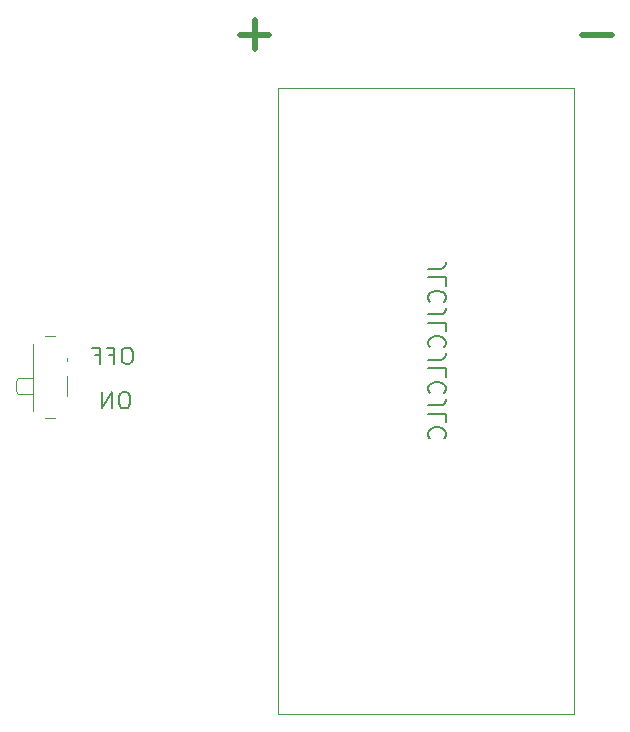
<source format=gbr>
%TF.GenerationSoftware,KiCad,Pcbnew,(5.1.10)-1*%
%TF.CreationDate,2021-10-17T11:10:58+02:00*%
%TF.ProjectId,TVZ_kuglica,54565a5f-6b75-4676-9c69-63612e6b6963,rev?*%
%TF.SameCoordinates,Original*%
%TF.FileFunction,Legend,Bot*%
%TF.FilePolarity,Positive*%
%FSLAX46Y46*%
G04 Gerber Fmt 4.6, Leading zero omitted, Abs format (unit mm)*
G04 Created by KiCad (PCBNEW (5.1.10)-1) date 2021-10-17 11:10:58*
%MOMM*%
%LPD*%
G01*
G04 APERTURE LIST*
%ADD10C,0.200000*%
%ADD11C,0.500000*%
%ADD12C,0.120000*%
G04 APERTURE END LIST*
D10*
X110616666Y-100983333D02*
X110350000Y-100983333D01*
X110216666Y-101050000D01*
X110083333Y-101183333D01*
X110016666Y-101450000D01*
X110016666Y-101916666D01*
X110083333Y-102183333D01*
X110216666Y-102316666D01*
X110350000Y-102383333D01*
X110616666Y-102383333D01*
X110750000Y-102316666D01*
X110883333Y-102183333D01*
X110950000Y-101916666D01*
X110950000Y-101450000D01*
X110883333Y-101183333D01*
X110750000Y-101050000D01*
X110616666Y-100983333D01*
X109416666Y-102383333D02*
X109416666Y-100983333D01*
X108616666Y-102383333D01*
X108616666Y-100983333D01*
X110833333Y-97233333D02*
X110566666Y-97233333D01*
X110433333Y-97300000D01*
X110300000Y-97433333D01*
X110233333Y-97700000D01*
X110233333Y-98166666D01*
X110300000Y-98433333D01*
X110433333Y-98566666D01*
X110566666Y-98633333D01*
X110833333Y-98633333D01*
X110966666Y-98566666D01*
X111100000Y-98433333D01*
X111166666Y-98166666D01*
X111166666Y-97700000D01*
X111100000Y-97433333D01*
X110966666Y-97300000D01*
X110833333Y-97233333D01*
X109166666Y-97900000D02*
X109633333Y-97900000D01*
X109633333Y-98633333D02*
X109633333Y-97233333D01*
X108966666Y-97233333D01*
X107966666Y-97900000D02*
X108433333Y-97900000D01*
X108433333Y-98633333D02*
X108433333Y-97233333D01*
X107766666Y-97233333D01*
X136178571Y-90571428D02*
X137250000Y-90571428D01*
X137464285Y-90500000D01*
X137607142Y-90357142D01*
X137678571Y-90142857D01*
X137678571Y-90000000D01*
X137678571Y-92000000D02*
X137678571Y-91285714D01*
X136178571Y-91285714D01*
X137535714Y-93357142D02*
X137607142Y-93285714D01*
X137678571Y-93071428D01*
X137678571Y-92928571D01*
X137607142Y-92714285D01*
X137464285Y-92571428D01*
X137321428Y-92500000D01*
X137035714Y-92428571D01*
X136821428Y-92428571D01*
X136535714Y-92500000D01*
X136392857Y-92571428D01*
X136250000Y-92714285D01*
X136178571Y-92928571D01*
X136178571Y-93071428D01*
X136250000Y-93285714D01*
X136321428Y-93357142D01*
X136178571Y-94428571D02*
X137250000Y-94428571D01*
X137464285Y-94357142D01*
X137607142Y-94214285D01*
X137678571Y-94000000D01*
X137678571Y-93857142D01*
X137678571Y-95857142D02*
X137678571Y-95142857D01*
X136178571Y-95142857D01*
X137535714Y-97214285D02*
X137607142Y-97142857D01*
X137678571Y-96928571D01*
X137678571Y-96785714D01*
X137607142Y-96571428D01*
X137464285Y-96428571D01*
X137321428Y-96357142D01*
X137035714Y-96285714D01*
X136821428Y-96285714D01*
X136535714Y-96357142D01*
X136392857Y-96428571D01*
X136250000Y-96571428D01*
X136178571Y-96785714D01*
X136178571Y-96928571D01*
X136250000Y-97142857D01*
X136321428Y-97214285D01*
X136178571Y-98285714D02*
X137250000Y-98285714D01*
X137464285Y-98214285D01*
X137607142Y-98071428D01*
X137678571Y-97857142D01*
X137678571Y-97714285D01*
X137678571Y-99714285D02*
X137678571Y-99000000D01*
X136178571Y-99000000D01*
X137535714Y-101071428D02*
X137607142Y-101000000D01*
X137678571Y-100785714D01*
X137678571Y-100642857D01*
X137607142Y-100428571D01*
X137464285Y-100285714D01*
X137321428Y-100214285D01*
X137035714Y-100142857D01*
X136821428Y-100142857D01*
X136535714Y-100214285D01*
X136392857Y-100285714D01*
X136250000Y-100428571D01*
X136178571Y-100642857D01*
X136178571Y-100785714D01*
X136250000Y-101000000D01*
X136321428Y-101071428D01*
X136178571Y-102142857D02*
X137250000Y-102142857D01*
X137464285Y-102071428D01*
X137607142Y-101928571D01*
X137678571Y-101714285D01*
X137678571Y-101571428D01*
X137678571Y-103571428D02*
X137678571Y-102857142D01*
X136178571Y-102857142D01*
X137535714Y-104928571D02*
X137607142Y-104857142D01*
X137678571Y-104642857D01*
X137678571Y-104500000D01*
X137607142Y-104285714D01*
X137464285Y-104142857D01*
X137321428Y-104071428D01*
X137035714Y-104000000D01*
X136821428Y-104000000D01*
X136535714Y-104071428D01*
X136392857Y-104142857D01*
X136250000Y-104285714D01*
X136178571Y-104500000D01*
X136178571Y-104642857D01*
X136250000Y-104857142D01*
X136321428Y-104928571D01*
D11*
%TO.C,BT1*%
X151750000Y-70750000D02*
X149250000Y-70750000D01*
X120250000Y-70750000D02*
X122750000Y-70750000D01*
X121500000Y-72000000D02*
X121500000Y-69500000D01*
D12*
X123500000Y-128250000D02*
X123500000Y-75250000D01*
X148500000Y-75250000D02*
X123500000Y-75250000D01*
X148500000Y-128250000D02*
X148500000Y-75250000D01*
X123500000Y-128250000D02*
X148500000Y-128250000D01*
%TO.C,SW1*%
X103780000Y-96300000D02*
X104570000Y-96300000D01*
X104570000Y-103200000D02*
X103780000Y-103200000D01*
X105620000Y-101350000D02*
X105620000Y-99650000D01*
X102770000Y-102600000D02*
X102770000Y-96900000D01*
X101480000Y-99850000D02*
X102770000Y-99850000D01*
X101270000Y-100950000D02*
X101270000Y-100050000D01*
X102770000Y-101150000D02*
X101480000Y-101150000D01*
X101480000Y-99850000D02*
X101270000Y-100050000D01*
X101480000Y-101150000D02*
X101270000Y-100950000D01*
X105620000Y-98350000D02*
X105620000Y-98150000D01*
%TD*%
M02*

</source>
